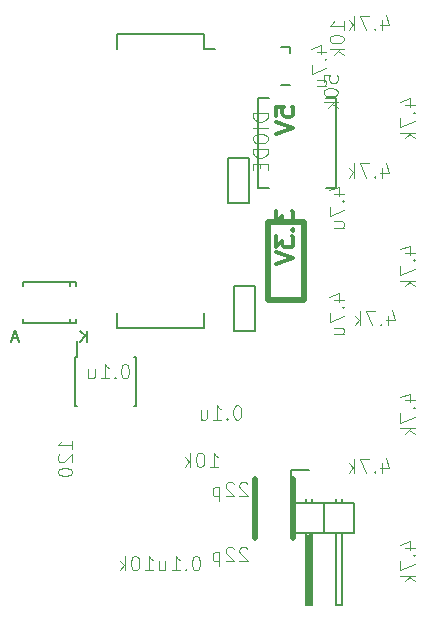
<source format=gbr>
G04 #@! TF.FileFunction,Legend,Bot*
%FSLAX46Y46*%
G04 Gerber Fmt 4.6, Leading zero omitted, Abs format (unit mm)*
G04 Created by KiCad (PCBNEW 4.0.5) date 03/15/17 13:23:36*
%MOMM*%
%LPD*%
G01*
G04 APERTURE LIST*
%ADD10C,0.100000*%
%ADD11C,0.300000*%
%ADD12C,0.150000*%
%ADD13C,0.500000*%
%ADD14C,0.101600*%
G04 APERTURE END LIST*
D10*
D11*
X22678571Y-16785715D02*
X22678571Y-17714286D01*
X23250000Y-17214286D01*
X23250000Y-17428572D01*
X23321429Y-17571429D01*
X23392857Y-17642858D01*
X23535714Y-17714286D01*
X23892857Y-17714286D01*
X24035714Y-17642858D01*
X24107143Y-17571429D01*
X24178571Y-17428572D01*
X24178571Y-17000000D01*
X24107143Y-16857143D01*
X24035714Y-16785715D01*
X24035714Y-18357143D02*
X24107143Y-18428571D01*
X24178571Y-18357143D01*
X24107143Y-18285714D01*
X24035714Y-18357143D01*
X24178571Y-18357143D01*
X22678571Y-18928572D02*
X22678571Y-19857143D01*
X23250000Y-19357143D01*
X23250000Y-19571429D01*
X23321429Y-19714286D01*
X23392857Y-19785715D01*
X23535714Y-19857143D01*
X23892857Y-19857143D01*
X24035714Y-19785715D01*
X24107143Y-19714286D01*
X24178571Y-19571429D01*
X24178571Y-19142857D01*
X24107143Y-19000000D01*
X24035714Y-18928572D01*
X22678571Y-20285714D02*
X24178571Y-20785714D01*
X22678571Y-21285714D01*
X22678571Y-8714287D02*
X22678571Y-8000001D01*
X23392857Y-7928572D01*
X23321429Y-8000001D01*
X23250000Y-8142858D01*
X23250000Y-8500001D01*
X23321429Y-8642858D01*
X23392857Y-8714287D01*
X23535714Y-8785715D01*
X23892857Y-8785715D01*
X24035714Y-8714287D01*
X24107143Y-8642858D01*
X24178571Y-8500001D01*
X24178571Y-8142858D01*
X24107143Y-8000001D01*
X24035714Y-7928572D01*
X22678571Y-9214286D02*
X24178571Y-9714286D01*
X22678571Y-10214286D01*
D12*
X16629000Y-1769000D02*
X16629000Y-3039000D01*
X9279000Y-1769000D02*
X9279000Y-3039000D01*
X9279000Y-26679000D02*
X9279000Y-25409000D01*
X16629000Y-26679000D02*
X16629000Y-25409000D01*
X16629000Y-1769000D02*
X9279000Y-1769000D01*
X16629000Y-26679000D02*
X9279000Y-26679000D01*
X16629000Y-3039000D02*
X17564000Y-3039000D01*
X5675000Y-29175000D02*
X5820000Y-29175000D01*
X5675000Y-33325000D02*
X5820000Y-33325000D01*
X10825000Y-33325000D02*
X10680000Y-33325000D01*
X10825000Y-29175000D02*
X10680000Y-29175000D01*
X5675000Y-29175000D02*
X5675000Y-33325000D01*
X10825000Y-29175000D02*
X10825000Y-33325000D01*
X5820000Y-29175000D02*
X5820000Y-27775000D01*
D13*
X20900000Y-44500000D02*
X20900000Y-39500000D01*
X24100000Y-39500000D02*
X24100000Y-44500000D01*
X22000000Y-24300000D02*
X25100000Y-24300000D01*
X22000000Y-17700000D02*
X25100000Y-17700000D01*
X25100000Y-17700000D02*
X25100000Y-24300000D01*
X22000000Y-17700000D02*
X22000000Y-24300000D01*
D12*
X5299140Y-26250060D02*
X5299140Y-25899540D01*
X5299140Y-22749940D02*
X5299140Y-23100460D01*
X1249560Y-26250060D02*
X1249560Y-25899540D01*
X5750440Y-26250060D02*
X5750440Y-25899540D01*
X5750440Y-22749940D02*
X5750440Y-23100460D01*
X1249560Y-22749940D02*
X1249560Y-23100460D01*
X5750440Y-26250060D02*
X1249560Y-26250060D01*
X5750440Y-22749940D02*
X1249560Y-22749940D01*
X20889000Y-23095000D02*
X20889000Y-26905000D01*
X20889000Y-26905000D02*
X19111000Y-26905000D01*
X19111000Y-26905000D02*
X19111000Y-23095000D01*
X20889000Y-23095000D02*
X19111000Y-23095000D01*
X20447000Y-12319000D02*
X20447000Y-16129000D01*
X20447000Y-16129000D02*
X18669000Y-16129000D01*
X18669000Y-16129000D02*
X18669000Y-12319000D01*
X20447000Y-12319000D02*
X18669000Y-12319000D01*
X26900300Y-7200160D02*
X27799460Y-7200160D01*
X22099700Y-14799840D02*
X21200540Y-14799840D01*
X21200540Y-14799840D02*
X21200540Y-7200160D01*
X21200540Y-7200160D02*
X22099700Y-7200160D01*
X27799460Y-7200160D02*
X27799460Y-14799840D01*
X27799460Y-14799840D02*
X26900300Y-14799840D01*
X23850520Y-2899800D02*
X23850520Y-3390020D01*
X23149480Y-2899800D02*
X23850520Y-2899800D01*
X23149480Y-6100200D02*
X23850520Y-6100200D01*
X23950000Y-38700000D02*
X25500000Y-38700000D01*
X23950000Y-40000000D02*
X23950000Y-38700000D01*
X25373000Y-44191000D02*
X25373000Y-50033000D01*
X25373000Y-50033000D02*
X25627000Y-50033000D01*
X25627000Y-50033000D02*
X25627000Y-44191000D01*
X25627000Y-44191000D02*
X25500000Y-44191000D01*
X25500000Y-44191000D02*
X25500000Y-50033000D01*
X25246000Y-41524000D02*
X25246000Y-41143000D01*
X25754000Y-41524000D02*
X25754000Y-41143000D01*
X27786000Y-41524000D02*
X27786000Y-41143000D01*
X28294000Y-41524000D02*
X28294000Y-41143000D01*
X24230000Y-41524000D02*
X24230000Y-44064000D01*
X26770000Y-41524000D02*
X26770000Y-44064000D01*
X26770000Y-41524000D02*
X29310000Y-41524000D01*
X29310000Y-41524000D02*
X29310000Y-44064000D01*
X27786000Y-44064000D02*
X27786000Y-50160000D01*
X27786000Y-50160000D02*
X28294000Y-50160000D01*
X28294000Y-50160000D02*
X28294000Y-44064000D01*
X29310000Y-44064000D02*
X26770000Y-44064000D01*
X26770000Y-44064000D02*
X24230000Y-44064000D01*
X25754000Y-50160000D02*
X25754000Y-44064000D01*
X25246000Y-50160000D02*
X25754000Y-50160000D01*
X25246000Y-44064000D02*
X25246000Y-50160000D01*
X26770000Y-41524000D02*
X26770000Y-44064000D01*
X24230000Y-41524000D02*
X26770000Y-41524000D01*
D14*
X15982929Y-45986048D02*
X15868024Y-45986048D01*
X15753119Y-46043500D01*
X15695667Y-46100952D01*
X15638214Y-46215857D01*
X15580762Y-46445667D01*
X15580762Y-46732929D01*
X15638214Y-46962738D01*
X15695667Y-47077643D01*
X15753119Y-47135095D01*
X15868024Y-47192548D01*
X15982929Y-47192548D01*
X16097833Y-47135095D01*
X16155286Y-47077643D01*
X16212738Y-46962738D01*
X16270190Y-46732929D01*
X16270190Y-46445667D01*
X16212738Y-46215857D01*
X16155286Y-46100952D01*
X16097833Y-46043500D01*
X15982929Y-45986048D01*
X15063690Y-47077643D02*
X15006238Y-47135095D01*
X15063690Y-47192548D01*
X15121142Y-47135095D01*
X15063690Y-47077643D01*
X15063690Y-47192548D01*
X13857190Y-47192548D02*
X14546618Y-47192548D01*
X14201904Y-47192548D02*
X14201904Y-45986048D01*
X14316809Y-46158405D01*
X14431714Y-46273310D01*
X14546618Y-46330762D01*
X12823047Y-46388214D02*
X12823047Y-47192548D01*
X13340118Y-46388214D02*
X13340118Y-47020190D01*
X13282666Y-47135095D01*
X13167761Y-47192548D01*
X12995404Y-47192548D01*
X12880499Y-47135095D01*
X12823047Y-47077643D01*
X20270190Y-45350952D02*
X20212738Y-45293500D01*
X20097833Y-45236048D01*
X19810571Y-45236048D01*
X19695667Y-45293500D01*
X19638214Y-45350952D01*
X19580762Y-45465857D01*
X19580762Y-45580762D01*
X19638214Y-45753119D01*
X20327643Y-46442548D01*
X19580762Y-46442548D01*
X19121142Y-45350952D02*
X19063690Y-45293500D01*
X18948785Y-45236048D01*
X18661523Y-45236048D01*
X18546619Y-45293500D01*
X18489166Y-45350952D01*
X18431714Y-45465857D01*
X18431714Y-45580762D01*
X18489166Y-45753119D01*
X19178595Y-46442548D01*
X18431714Y-46442548D01*
X17914642Y-45638214D02*
X17914642Y-46844714D01*
X17914642Y-45695667D02*
X17799737Y-45638214D01*
X17569928Y-45638214D01*
X17455023Y-45695667D01*
X17397571Y-45753119D01*
X17340118Y-45868024D01*
X17340118Y-46212738D01*
X17397571Y-46327643D01*
X17455023Y-46385095D01*
X17569928Y-46442548D01*
X17799737Y-46442548D01*
X17914642Y-46385095D01*
X20270190Y-39850952D02*
X20212738Y-39793500D01*
X20097833Y-39736048D01*
X19810571Y-39736048D01*
X19695667Y-39793500D01*
X19638214Y-39850952D01*
X19580762Y-39965857D01*
X19580762Y-40080762D01*
X19638214Y-40253119D01*
X20327643Y-40942548D01*
X19580762Y-40942548D01*
X19121142Y-39850952D02*
X19063690Y-39793500D01*
X18948785Y-39736048D01*
X18661523Y-39736048D01*
X18546619Y-39793500D01*
X18489166Y-39850952D01*
X18431714Y-39965857D01*
X18431714Y-40080762D01*
X18489166Y-40253119D01*
X19178595Y-40942548D01*
X18431714Y-40942548D01*
X17914642Y-40138214D02*
X17914642Y-41344714D01*
X17914642Y-40195667D02*
X17799737Y-40138214D01*
X17569928Y-40138214D01*
X17455023Y-40195667D01*
X17397571Y-40253119D01*
X17340118Y-40368024D01*
X17340118Y-40712738D01*
X17397571Y-40827643D01*
X17455023Y-40885095D01*
X17569928Y-40942548D01*
X17799737Y-40942548D01*
X17914642Y-40885095D01*
X11580762Y-47192548D02*
X12270190Y-47192548D01*
X11925476Y-47192548D02*
X11925476Y-45986048D01*
X12040381Y-46158405D01*
X12155286Y-46273310D01*
X12270190Y-46330762D01*
X10833881Y-45986048D02*
X10718976Y-45986048D01*
X10604071Y-46043500D01*
X10546619Y-46100952D01*
X10489166Y-46215857D01*
X10431714Y-46445667D01*
X10431714Y-46732929D01*
X10489166Y-46962738D01*
X10546619Y-47077643D01*
X10604071Y-47135095D01*
X10718976Y-47192548D01*
X10833881Y-47192548D01*
X10948785Y-47135095D01*
X11006238Y-47077643D01*
X11063690Y-46962738D01*
X11121142Y-46732929D01*
X11121142Y-46445667D01*
X11063690Y-46215857D01*
X11006238Y-46100952D01*
X10948785Y-46043500D01*
X10833881Y-45986048D01*
X9914642Y-47192548D02*
X9914642Y-45986048D01*
X9799737Y-46732929D02*
X9455023Y-47192548D01*
X9455023Y-46388214D02*
X9914642Y-46847833D01*
X17080762Y-38442548D02*
X17770190Y-38442548D01*
X17425476Y-38442548D02*
X17425476Y-37236048D01*
X17540381Y-37408405D01*
X17655286Y-37523310D01*
X17770190Y-37580762D01*
X16333881Y-37236048D02*
X16218976Y-37236048D01*
X16104071Y-37293500D01*
X16046619Y-37350952D01*
X15989166Y-37465857D01*
X15931714Y-37695667D01*
X15931714Y-37982929D01*
X15989166Y-38212738D01*
X16046619Y-38327643D01*
X16104071Y-38385095D01*
X16218976Y-38442548D01*
X16333881Y-38442548D01*
X16448785Y-38385095D01*
X16506238Y-38327643D01*
X16563690Y-38212738D01*
X16621142Y-37982929D01*
X16621142Y-37695667D01*
X16563690Y-37465857D01*
X16506238Y-37350952D01*
X16448785Y-37293500D01*
X16333881Y-37236048D01*
X15414642Y-38442548D02*
X15414642Y-37236048D01*
X15299737Y-37982929D02*
X14955023Y-38442548D01*
X14955023Y-37638214D02*
X15414642Y-38097833D01*
X5442548Y-36919238D02*
X5442548Y-36229810D01*
X5442548Y-36574524D02*
X4236048Y-36574524D01*
X4408405Y-36459619D01*
X4523310Y-36344714D01*
X4580762Y-36229810D01*
X4350952Y-37378858D02*
X4293500Y-37436310D01*
X4236048Y-37551215D01*
X4236048Y-37838477D01*
X4293500Y-37953381D01*
X4350952Y-38010834D01*
X4465857Y-38068286D01*
X4580762Y-38068286D01*
X4753119Y-38010834D01*
X5442548Y-37321405D01*
X5442548Y-38068286D01*
X4236048Y-38815167D02*
X4236048Y-38930072D01*
X4293500Y-39044977D01*
X4350952Y-39102429D01*
X4465857Y-39159882D01*
X4695667Y-39217334D01*
X4982929Y-39217334D01*
X5212738Y-39159882D01*
X5327643Y-39102429D01*
X5385095Y-39044977D01*
X5442548Y-38930072D01*
X5442548Y-38815167D01*
X5385095Y-38700263D01*
X5327643Y-38642810D01*
X5212738Y-38585358D01*
X4982929Y-38527906D01*
X4695667Y-38527906D01*
X4465857Y-38585358D01*
X4350952Y-38642810D01*
X4293500Y-38700263D01*
X4236048Y-38815167D01*
X27638214Y-15304333D02*
X28442548Y-15304333D01*
X27178595Y-15017071D02*
X28040381Y-14729810D01*
X28040381Y-15476690D01*
X28327643Y-15936310D02*
X28385095Y-15993762D01*
X28442548Y-15936310D01*
X28385095Y-15878858D01*
X28327643Y-15936310D01*
X28442548Y-15936310D01*
X27236048Y-16395929D02*
X27236048Y-17200262D01*
X28442548Y-16683191D01*
X27638214Y-18176953D02*
X28442548Y-18176953D01*
X27638214Y-17659882D02*
X28270190Y-17659882D01*
X28385095Y-17717334D01*
X28442548Y-17832239D01*
X28442548Y-18004596D01*
X28385095Y-18119501D01*
X28327643Y-18176953D01*
X27638214Y-24304333D02*
X28442548Y-24304333D01*
X27178595Y-24017071D02*
X28040381Y-23729810D01*
X28040381Y-24476690D01*
X28327643Y-24936310D02*
X28385095Y-24993762D01*
X28442548Y-24936310D01*
X28385095Y-24878858D01*
X28327643Y-24936310D01*
X28442548Y-24936310D01*
X27236048Y-25395929D02*
X27236048Y-26200262D01*
X28442548Y-25683191D01*
X27638214Y-27176953D02*
X28442548Y-27176953D01*
X27638214Y-26659882D02*
X28270190Y-26659882D01*
X28385095Y-26717334D01*
X28442548Y-26832239D01*
X28442548Y-27004596D01*
X28385095Y-27119501D01*
X28327643Y-27176953D01*
X26138214Y-3304333D02*
X26942548Y-3304333D01*
X25678595Y-3017071D02*
X26540381Y-2729810D01*
X26540381Y-3476690D01*
X26827643Y-3936310D02*
X26885095Y-3993762D01*
X26942548Y-3936310D01*
X26885095Y-3878858D01*
X26827643Y-3936310D01*
X26942548Y-3936310D01*
X25736048Y-4395929D02*
X25736048Y-5200262D01*
X26942548Y-4683191D01*
X26138214Y-6176953D02*
X26942548Y-6176953D01*
X26138214Y-5659882D02*
X26770190Y-5659882D01*
X26885095Y-5717334D01*
X26942548Y-5832239D01*
X26942548Y-6004596D01*
X26885095Y-6119501D01*
X26827643Y-6176953D01*
X19482929Y-33236048D02*
X19368024Y-33236048D01*
X19253119Y-33293500D01*
X19195667Y-33350952D01*
X19138214Y-33465857D01*
X19080762Y-33695667D01*
X19080762Y-33982929D01*
X19138214Y-34212738D01*
X19195667Y-34327643D01*
X19253119Y-34385095D01*
X19368024Y-34442548D01*
X19482929Y-34442548D01*
X19597833Y-34385095D01*
X19655286Y-34327643D01*
X19712738Y-34212738D01*
X19770190Y-33982929D01*
X19770190Y-33695667D01*
X19712738Y-33465857D01*
X19655286Y-33350952D01*
X19597833Y-33293500D01*
X19482929Y-33236048D01*
X18563690Y-34327643D02*
X18506238Y-34385095D01*
X18563690Y-34442548D01*
X18621142Y-34385095D01*
X18563690Y-34327643D01*
X18563690Y-34442548D01*
X17357190Y-34442548D02*
X18046618Y-34442548D01*
X17701904Y-34442548D02*
X17701904Y-33236048D01*
X17816809Y-33408405D01*
X17931714Y-33523310D01*
X18046618Y-33580762D01*
X16323047Y-33638214D02*
X16323047Y-34442548D01*
X16840118Y-33638214D02*
X16840118Y-34270190D01*
X16782666Y-34385095D01*
X16667761Y-34442548D01*
X16495404Y-34442548D01*
X16380499Y-34385095D01*
X16323047Y-34327643D01*
X9982929Y-29736048D02*
X9868024Y-29736048D01*
X9753119Y-29793500D01*
X9695667Y-29850952D01*
X9638214Y-29965857D01*
X9580762Y-30195667D01*
X9580762Y-30482929D01*
X9638214Y-30712738D01*
X9695667Y-30827643D01*
X9753119Y-30885095D01*
X9868024Y-30942548D01*
X9982929Y-30942548D01*
X10097833Y-30885095D01*
X10155286Y-30827643D01*
X10212738Y-30712738D01*
X10270190Y-30482929D01*
X10270190Y-30195667D01*
X10212738Y-29965857D01*
X10155286Y-29850952D01*
X10097833Y-29793500D01*
X9982929Y-29736048D01*
X9063690Y-30827643D02*
X9006238Y-30885095D01*
X9063690Y-30942548D01*
X9121142Y-30885095D01*
X9063690Y-30827643D01*
X9063690Y-30942548D01*
X7857190Y-30942548D02*
X8546618Y-30942548D01*
X8201904Y-30942548D02*
X8201904Y-29736048D01*
X8316809Y-29908405D01*
X8431714Y-30023310D01*
X8546618Y-30080762D01*
X6823047Y-30138214D02*
X6823047Y-30942548D01*
X7340118Y-30138214D02*
X7340118Y-30770190D01*
X7282666Y-30885095D01*
X7167761Y-30942548D01*
X6995404Y-30942548D01*
X6880499Y-30885095D01*
X6823047Y-30827643D01*
X33638214Y-20304333D02*
X34442548Y-20304333D01*
X33178595Y-20017071D02*
X34040381Y-19729810D01*
X34040381Y-20476690D01*
X34327643Y-20936310D02*
X34385095Y-20993762D01*
X34442548Y-20936310D01*
X34385095Y-20878858D01*
X34327643Y-20936310D01*
X34442548Y-20936310D01*
X33236048Y-21395929D02*
X33236048Y-22200262D01*
X34442548Y-21683191D01*
X34442548Y-22659882D02*
X33236048Y-22659882D01*
X33982929Y-22774787D02*
X34442548Y-23119501D01*
X33638214Y-23119501D02*
X34097833Y-22659882D01*
X31695667Y-13138214D02*
X31695667Y-13942548D01*
X31982929Y-12678595D02*
X32270190Y-13540381D01*
X31523310Y-13540381D01*
X31063690Y-13827643D02*
X31006238Y-13885095D01*
X31063690Y-13942548D01*
X31121142Y-13885095D01*
X31063690Y-13827643D01*
X31063690Y-13942548D01*
X30604071Y-12736048D02*
X29799738Y-12736048D01*
X30316809Y-13942548D01*
X29340118Y-13942548D02*
X29340118Y-12736048D01*
X29225213Y-13482929D02*
X28880499Y-13942548D01*
X28880499Y-13138214D02*
X29340118Y-13597833D01*
X33638214Y-7804333D02*
X34442548Y-7804333D01*
X33178595Y-7517071D02*
X34040381Y-7229810D01*
X34040381Y-7976690D01*
X34327643Y-8436310D02*
X34385095Y-8493762D01*
X34442548Y-8436310D01*
X34385095Y-8378858D01*
X34327643Y-8436310D01*
X34442548Y-8436310D01*
X33236048Y-8895929D02*
X33236048Y-9700262D01*
X34442548Y-9183191D01*
X34442548Y-10159882D02*
X33236048Y-10159882D01*
X33982929Y-10274787D02*
X34442548Y-10619501D01*
X33638214Y-10619501D02*
X34097833Y-10159882D01*
X31695667Y-638214D02*
X31695667Y-1442548D01*
X31982929Y-178595D02*
X32270190Y-1040381D01*
X31523310Y-1040381D01*
X31063690Y-1327643D02*
X31006238Y-1385095D01*
X31063690Y-1442548D01*
X31121142Y-1385095D01*
X31063690Y-1327643D01*
X31063690Y-1442548D01*
X30604071Y-236048D02*
X29799738Y-236048D01*
X30316809Y-1442548D01*
X29340118Y-1442548D02*
X29340118Y-236048D01*
X29225213Y-982929D02*
X28880499Y-1442548D01*
X28880499Y-638214D02*
X29340118Y-1097833D01*
X32195667Y-25638214D02*
X32195667Y-26442548D01*
X32482929Y-25178595D02*
X32770190Y-26040381D01*
X32023310Y-26040381D01*
X31563690Y-26327643D02*
X31506238Y-26385095D01*
X31563690Y-26442548D01*
X31621142Y-26385095D01*
X31563690Y-26327643D01*
X31563690Y-26442548D01*
X31104071Y-25236048D02*
X30299738Y-25236048D01*
X30816809Y-26442548D01*
X29840118Y-26442548D02*
X29840118Y-25236048D01*
X29725213Y-25982929D02*
X29380499Y-26442548D01*
X29380499Y-25638214D02*
X29840118Y-26097833D01*
X33638214Y-32804333D02*
X34442548Y-32804333D01*
X33178595Y-32517071D02*
X34040381Y-32229810D01*
X34040381Y-32976690D01*
X34327643Y-33436310D02*
X34385095Y-33493762D01*
X34442548Y-33436310D01*
X34385095Y-33378858D01*
X34327643Y-33436310D01*
X34442548Y-33436310D01*
X33236048Y-33895929D02*
X33236048Y-34700262D01*
X34442548Y-34183191D01*
X34442548Y-35159882D02*
X33236048Y-35159882D01*
X33982929Y-35274787D02*
X34442548Y-35619501D01*
X33638214Y-35619501D02*
X34097833Y-35159882D01*
X33638214Y-45304333D02*
X34442548Y-45304333D01*
X33178595Y-45017071D02*
X34040381Y-44729810D01*
X34040381Y-45476690D01*
X34327643Y-45936310D02*
X34385095Y-45993762D01*
X34442548Y-45936310D01*
X34385095Y-45878858D01*
X34327643Y-45936310D01*
X34442548Y-45936310D01*
X33236048Y-46395929D02*
X33236048Y-47200262D01*
X34442548Y-46683191D01*
X34442548Y-47659882D02*
X33236048Y-47659882D01*
X33982929Y-47774787D02*
X34442548Y-48119501D01*
X33638214Y-48119501D02*
X34097833Y-47659882D01*
X31695667Y-38138214D02*
X31695667Y-38942548D01*
X31982929Y-37678595D02*
X32270190Y-38540381D01*
X31523310Y-38540381D01*
X31063690Y-38827643D02*
X31006238Y-38885095D01*
X31063690Y-38942548D01*
X31121142Y-38885095D01*
X31063690Y-38827643D01*
X31063690Y-38942548D01*
X30604071Y-37736048D02*
X29799738Y-37736048D01*
X30316809Y-38942548D01*
X29340118Y-38942548D02*
X29340118Y-37736048D01*
X29225213Y-38482929D02*
X28880499Y-38942548D01*
X28880499Y-38138214D02*
X29340118Y-38597833D01*
D12*
X6661905Y-27902381D02*
X6661905Y-26902381D01*
X6090476Y-27902381D02*
X6519048Y-27330952D01*
X6090476Y-26902381D02*
X6661905Y-27473810D01*
X838095Y-27566667D02*
X361904Y-27566667D01*
X933333Y-27852381D02*
X600000Y-26852381D01*
X266666Y-27852381D01*
D14*
X21982548Y-8517262D02*
X20776048Y-8517262D01*
X20776048Y-8804524D01*
X20833500Y-8976881D01*
X20948405Y-9091786D01*
X21063310Y-9149238D01*
X21293119Y-9206690D01*
X21465476Y-9206690D01*
X21695286Y-9149238D01*
X21810190Y-9091786D01*
X21925095Y-8976881D01*
X21982548Y-8804524D01*
X21982548Y-8517262D01*
X21982548Y-9723762D02*
X20776048Y-9723762D01*
X20776048Y-10528095D02*
X20776048Y-10757905D01*
X20833500Y-10872810D01*
X20948405Y-10987714D01*
X21178214Y-11045167D01*
X21580381Y-11045167D01*
X21810190Y-10987714D01*
X21925095Y-10872810D01*
X21982548Y-10757905D01*
X21982548Y-10528095D01*
X21925095Y-10413191D01*
X21810190Y-10298286D01*
X21580381Y-10240834D01*
X21178214Y-10240834D01*
X20948405Y-10298286D01*
X20833500Y-10413191D01*
X20776048Y-10528095D01*
X21982548Y-11562238D02*
X20776048Y-11562238D01*
X20776048Y-11849500D01*
X20833500Y-12021857D01*
X20948405Y-12136762D01*
X21063310Y-12194214D01*
X21293119Y-12251666D01*
X21465476Y-12251666D01*
X21695286Y-12194214D01*
X21810190Y-12136762D01*
X21925095Y-12021857D01*
X21982548Y-11849500D01*
X21982548Y-11562238D01*
X21350571Y-12768738D02*
X21350571Y-13170905D01*
X21982548Y-13343262D02*
X21982548Y-12768738D01*
X20776048Y-12768738D01*
X20776048Y-13343262D01*
X26736048Y-5861786D02*
X26736048Y-5287262D01*
X27310571Y-5229810D01*
X27253119Y-5287262D01*
X27195667Y-5402167D01*
X27195667Y-5689429D01*
X27253119Y-5804333D01*
X27310571Y-5861786D01*
X27425476Y-5919238D01*
X27712738Y-5919238D01*
X27827643Y-5861786D01*
X27885095Y-5804333D01*
X27942548Y-5689429D01*
X27942548Y-5402167D01*
X27885095Y-5287262D01*
X27827643Y-5229810D01*
X26736048Y-6666119D02*
X26736048Y-6781024D01*
X26793500Y-6895929D01*
X26850952Y-6953381D01*
X26965857Y-7010834D01*
X27195667Y-7068286D01*
X27482929Y-7068286D01*
X27712738Y-7010834D01*
X27827643Y-6953381D01*
X27885095Y-6895929D01*
X27942548Y-6781024D01*
X27942548Y-6666119D01*
X27885095Y-6551215D01*
X27827643Y-6493762D01*
X27712738Y-6436310D01*
X27482929Y-6378858D01*
X27195667Y-6378858D01*
X26965857Y-6436310D01*
X26850952Y-6493762D01*
X26793500Y-6551215D01*
X26736048Y-6666119D01*
X27942548Y-7585358D02*
X26736048Y-7585358D01*
X27482929Y-7700263D02*
X27942548Y-8044977D01*
X27138214Y-8044977D02*
X27597833Y-7585358D01*
X28442548Y-1419238D02*
X28442548Y-729810D01*
X28442548Y-1074524D02*
X27236048Y-1074524D01*
X27408405Y-959619D01*
X27523310Y-844714D01*
X27580762Y-729810D01*
X27236048Y-2166119D02*
X27236048Y-2281024D01*
X27293500Y-2395929D01*
X27350952Y-2453381D01*
X27465857Y-2510834D01*
X27695667Y-2568286D01*
X27982929Y-2568286D01*
X28212738Y-2510834D01*
X28327643Y-2453381D01*
X28385095Y-2395929D01*
X28442548Y-2281024D01*
X28442548Y-2166119D01*
X28385095Y-2051215D01*
X28327643Y-1993762D01*
X28212738Y-1936310D01*
X27982929Y-1878858D01*
X27695667Y-1878858D01*
X27465857Y-1936310D01*
X27350952Y-1993762D01*
X27293500Y-2051215D01*
X27236048Y-2166119D01*
X28442548Y-3085358D02*
X27236048Y-3085358D01*
X27982929Y-3200263D02*
X28442548Y-3544977D01*
X27638214Y-3544977D02*
X28097833Y-3085358D01*
M02*

</source>
